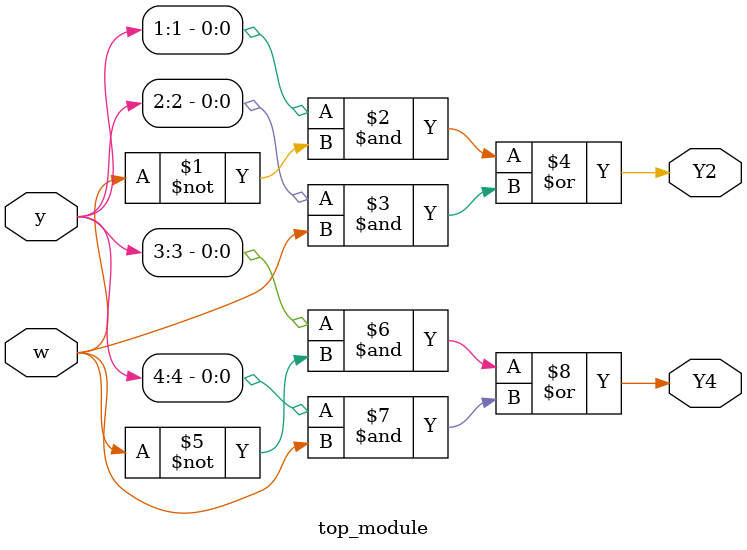
<source format=sv>
module top_module (
    input [6:1] y,
    input w,
    output Y2,
    output Y4
);

// Derive the next-state logic for y[2] and y[4] correctly
assign Y2 = (y[1] & ~w) | (y[2] & w);
assign Y4 = (y[3] & ~w) | (y[4] & w);

endmodule

</source>
